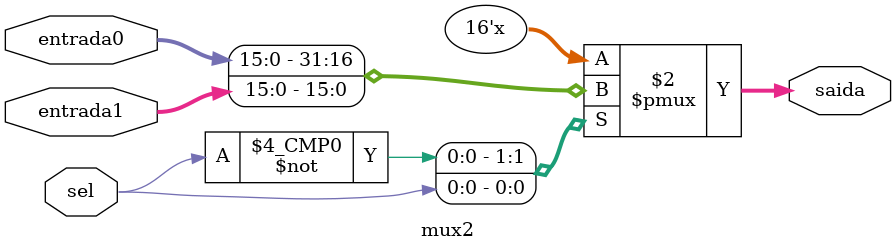
<source format=v>
module mux2(
input [15:0] entrada0,entrada1,
input sel,
output reg [15:0] saida
);

always @(*)
begin
	case(sel)
	0 :  saida = entrada0;
	1 :  saida = entrada1;
	endcase
end
endmodule
</source>
